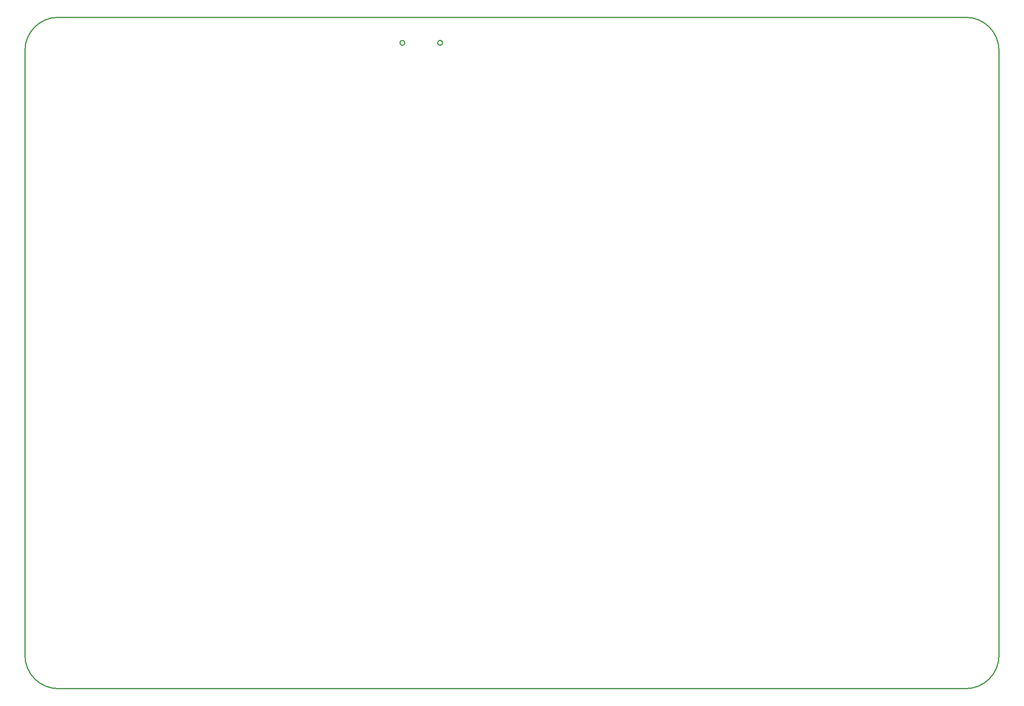
<source format=gko>
G04*
G04 #@! TF.GenerationSoftware,Altium Limited,Altium Designer,21.0.3 (12)*
G04*
G04 Layer_Color=16711935*
%FSLAX25Y25*%
%MOIN*%
G70*
G04*
G04 #@! TF.SameCoordinates,090C1E97-9EAB-41C8-8700-309E0BB34FF0*
G04*
G04*
G04 #@! TF.FilePolarity,Positive*
G04*
G01*
G75*
%ADD10C,0.01000*%
D10*
X828018Y754346D02*
G03*
X828018Y754346I-2061J0D01*
G01*
X796576Y754349D02*
G03*
X796576Y754349I-2061J0D01*
G01*
X1291339Y748032D02*
G03*
X1263780Y775591I-27559J0D01*
G01*
Y216535D02*
G03*
X1291339Y244094I0J27559D01*
G01*
X507874Y775591D02*
G03*
X480315Y748032I0J-27559D01*
G01*
X480315Y244094D02*
G03*
X507874Y216535I27559J0D01*
G01*
X507874Y775591D02*
G03*
X480315Y748032I0J-27559D01*
G01*
X480315Y244094D02*
G03*
X507874Y216535I27559J0D01*
G01*
X1263780D02*
G03*
X1291339Y244094I0J27559D01*
G01*
X1291339Y748032D02*
G03*
X1263780Y775591I-27559J0D01*
G01*
X480315Y244094D02*
Y748032D01*
X507874Y775591D02*
X1263780D01*
X1291339Y244094D02*
Y748032D01*
X507874Y216535D02*
X1263780D01*
X480315Y244094D02*
Y748032D01*
X507874Y216535D02*
X1263780D01*
X1291339Y244094D02*
Y748032D01*
X507874Y775591D02*
X1263780D01*
M02*

</source>
